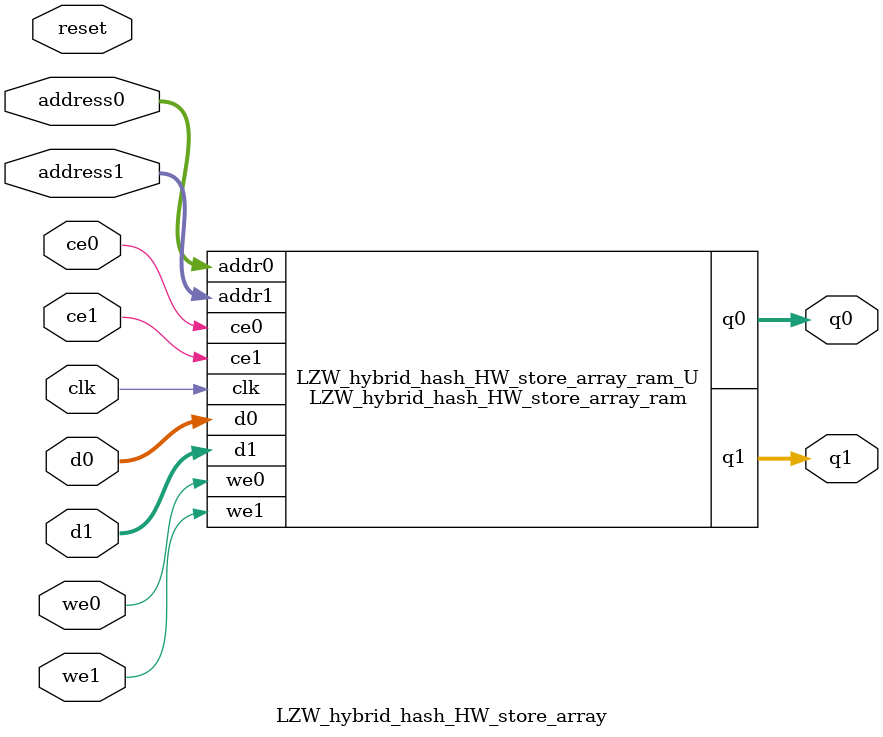
<source format=v>
`timescale 1 ns / 1 ps
module LZW_hybrid_hash_HW_store_array_ram (addr0, ce0, d0, we0, q0, addr1, ce1, d1, we1, q1,  clk);

parameter DWIDTH = 16;
parameter AWIDTH = 12;
parameter MEM_SIZE = 4096;

input[AWIDTH-1:0] addr0;
input ce0;
input[DWIDTH-1:0] d0;
input we0;
output reg[DWIDTH-1:0] q0;
input[AWIDTH-1:0] addr1;
input ce1;
input[DWIDTH-1:0] d1;
input we1;
output reg[DWIDTH-1:0] q1;
input clk;

reg [DWIDTH-1:0] ram[0:MEM_SIZE-1];




always @(posedge clk)  
begin 
    if (ce0) begin
        if (we0) 
            ram[addr0] <= d0; 
        q0 <= ram[addr0];
    end
end


always @(posedge clk)  
begin 
    if (ce1) begin
        if (we1) 
            ram[addr1] <= d1; 
        q1 <= ram[addr1];
    end
end


endmodule

`timescale 1 ns / 1 ps
module LZW_hybrid_hash_HW_store_array(
    reset,
    clk,
    address0,
    ce0,
    we0,
    d0,
    q0,
    address1,
    ce1,
    we1,
    d1,
    q1);

parameter DataWidth = 32'd16;
parameter AddressRange = 32'd4096;
parameter AddressWidth = 32'd12;
input reset;
input clk;
input[AddressWidth - 1:0] address0;
input ce0;
input we0;
input[DataWidth - 1:0] d0;
output[DataWidth - 1:0] q0;
input[AddressWidth - 1:0] address1;
input ce1;
input we1;
input[DataWidth - 1:0] d1;
output[DataWidth - 1:0] q1;



LZW_hybrid_hash_HW_store_array_ram LZW_hybrid_hash_HW_store_array_ram_U(
    .clk( clk ),
    .addr0( address0 ),
    .ce0( ce0 ),
    .we0( we0 ),
    .d0( d0 ),
    .q0( q0 ),
    .addr1( address1 ),
    .ce1( ce1 ),
    .we1( we1 ),
    .d1( d1 ),
    .q1( q1 ));

endmodule


</source>
